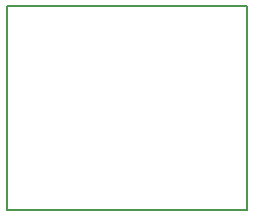
<source format=gm1>
G04 #@! TF.FileFunction,Profile,NP*
%FSLAX46Y46*%
G04 Gerber Fmt 4.6, Leading zero omitted, Abs format (unit mm)*
G04 Created by KiCad (PCBNEW 4.0.6) date Fri Jul 21 16:03:20 2017*
%MOMM*%
%LPD*%
G01*
G04 APERTURE LIST*
%ADD10C,0.100000*%
%ADD11C,0.150000*%
G04 APERTURE END LIST*
D10*
D11*
X58674000Y-37719000D02*
X58674000Y-54991000D01*
X78994000Y-37719000D02*
X58674000Y-37719000D01*
X78994000Y-54991000D02*
X78994000Y-37719000D01*
X58674000Y-54991000D02*
X78994000Y-54991000D01*
M02*

</source>
